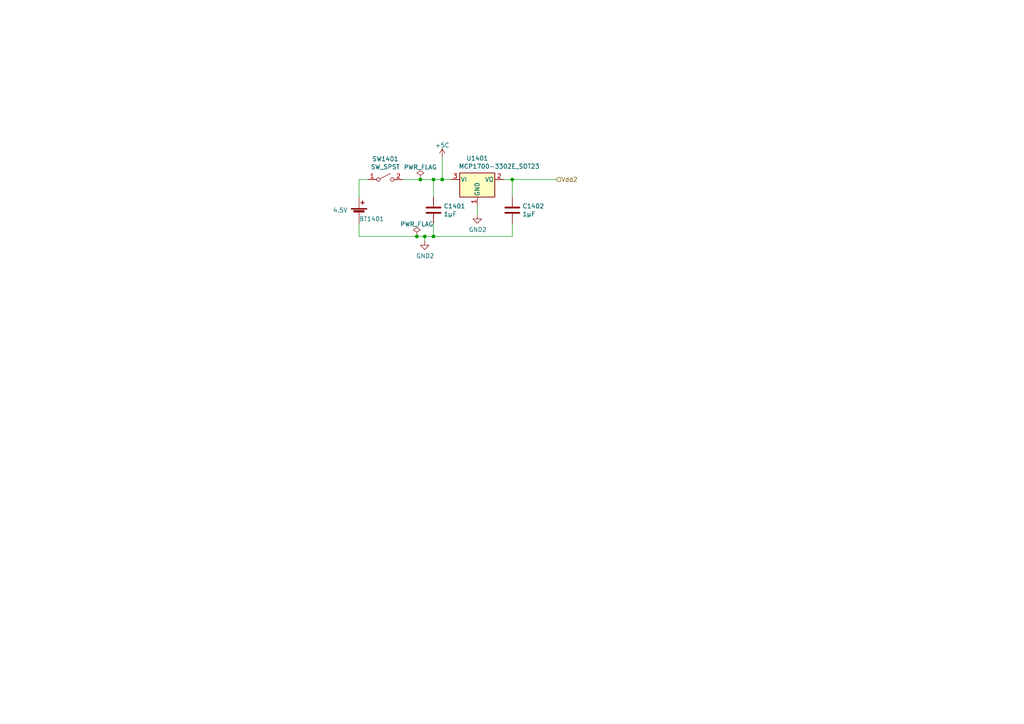
<source format=kicad_sch>
(kicad_sch (version 20211123) (generator eeschema)
  (paper "A4")
  (lib_symbols
    (symbol "Device:Battery_Cell" (pin_numbers hide) (pin_names (offset 0) hide)
      (property "Reference" "BT" (at 2.54 2.54 0))
      (property "Value" "Battery_Cell" (at 2.54 0 0))
      (symbol "Battery_Cell_0_1"
        (rectangle (start -2.286 1.778) (end 2.286 1.524) (fill (type outline)))
        (rectangle (start -1.5748 1.1938) (end 1.4732 0.6858) (fill (type outline)))
        (polyline (pts (xy 0 0.762) (xy 0 0)))
        (polyline (pts (xy 0 1.778) (xy 0 2.54)))
        (polyline (pts (xy 0.508 3.429) (xy 1.524 3.429)) (stroke (width 0.254)))
        (polyline (pts (xy 1.016 3.937) (xy 1.016 2.921)) (stroke (width 0.254)))
      )
      (symbol "Battery_Cell_1_1"
        (pin passive line (at 0 5.08 270) (length 2.54) (name "+") (number "1"))
        (pin passive line (at 0 -2.54 90) (length 2.54) (name "-") (number "2"))
      )
    )
    (symbol "Device:C" (pin_numbers hide) (pin_names (offset 0.254))
      (property "Reference" "C" (at 0.635 2.54 0))
      (property "Value" "C" (at 0.635 -2.54 0))
      (symbol "C_0_1"
        (polyline (pts (xy -2.032 -0.762) (xy 2.032 -0.762)) (stroke (width 0.508)))
        (polyline (pts (xy -2.032 0.762) (xy 2.032 0.762)) (stroke (width 0.508)))
      )
      (symbol "C_1_1"
        (pin passive line (at 0 3.81 270) (length 2.794) (name "~") (number "1"))
        (pin passive line (at 0 -3.81 90) (length 2.794) (name "~") (number "2"))
      )
    )
    (symbol "Regulator_Linear:MCP1700-3302E_SOT23" (pin_names (offset 0.254))
      (property "Reference" "U" (at -3.81 3.175 0))
      (property "Value" "MCP1700-3302E_SOT23" (at 0 3.175 0))
      (symbol "MCP1700-3302E_SOT23_0_1"
        (rectangle (start -5.08 1.905) (end 5.08 -5.08) (stroke (width 0.254)) (fill (type background)))
      )
      (symbol "MCP1700-3302E_SOT23_1_1"
        (pin power_in line (at 0 -7.62 90) (length 2.54) (name "GND") (number "1"))
        (pin power_out line (at 7.62 0 180) (length 2.54) (name "VO") (number "2"))
        (pin power_in line (at -7.62 0 0) (length 2.54) (name "VI") (number "3"))
      )
    )
    (symbol "Switch:SW_SPST" (pin_names (offset 0) hide)
      (property "Reference" "SW" (at 0 3.175 0))
      (property "Value" "SW_SPST" (at 0 -2.54 0))
      (symbol "SW_SPST_0_0"
        (circle (center -2.032 0) (radius 0.508))
        (polyline (pts (xy -1.524 0.254) (xy 1.524 1.778)))
        (circle (center 2.032 0) (radius 0.508))
      )
      (symbol "SW_SPST_1_1"
        (pin passive line (at -5.08 0 0) (length 2.54) (name "A") (number "1"))
        (pin passive line (at 5.08 0 180) (length 2.54) (name "B") (number "2"))
      )
    )
    (symbol "power:+5C" (power) (pin_names (offset 0))
      (property "Value" "+5C" (at 0 3.556 0))
      (symbol "+5C_0_1"
        (polyline (pts (xy -0.762 1.27) (xy 0 2.54)))
        (polyline (pts (xy 0 0) (xy 0 2.54)))
        (polyline (pts (xy 0 2.54) (xy 0.762 1.27)))
      )
      (symbol "+5C_1_1"
        (pin power_in line (at 0 0 90) (length 0) hide (name "+5C") (number "1"))
      )
    )
    (symbol "power:GND2" (power) (pin_names (offset 0))
      (property "Value" "GND2" (at 0 -3.81 0))
      (symbol "GND2_0_1"
        (polyline (pts (xy 0 0) (xy 0 -1.27) (xy 1.27 -1.27) (xy 0 -2.54) (xy -1.27 -1.27) (xy 0 -1.27)))
      )
      (symbol "GND2_1_1"
        (pin power_in line (at 0 0 270) (length 0) hide (name "GND2") (number "1"))
      )
    )
    (symbol "power:PWR_FLAG" (power) (pin_numbers hide) (pin_names (offset 0) hide)
      (property "Value" "PWR_FLAG" (at 0 3.81 0))
      (symbol "PWR_FLAG_0_0"
        (pin power_out line (at 0 0 90) (length 0) (name "pwr") (number "1"))
      )
      (symbol "PWR_FLAG_0_1"
        (polyline (pts (xy 0 0) (xy 0 1.27) (xy -1.016 1.905) (xy 0 2.54) (xy 1.016 1.905) (xy 0 1.27)))
      )
    )
  )
  (junction (at 125.73 68.58))
  (junction (at 120.904 68.58))
  (junction (at 128.27 52.07))
  (junction (at 123.19 68.58))
  (junction (at 148.59 52.07))
  (junction (at 121.92 52.07))
  (junction (at 125.73 52.07))
  (wire (pts (xy 128.27 45.72) (xy 128.27 52.07)))
  (wire (pts (xy 148.59 68.58) (xy 148.59 64.77)))
  (wire (pts (xy 148.59 57.15) (xy 148.59 52.07)))
  (wire (pts (xy 121.92 52.07) (xy 125.73 52.07)))
  (wire (pts (xy 116.84 52.07) (xy 121.92 52.07)))
  (wire (pts (xy 138.43 59.69) (xy 138.43 62.23)))
  (wire (pts (xy 125.73 68.58) (xy 148.59 68.58)))
  (wire (pts (xy 104.14 68.58) (xy 104.14 64.77)))
  (wire (pts (xy 123.19 69.85) (xy 123.19 68.58)))
  (wire (pts (xy 106.68 52.07) (xy 104.14 52.07)))
  (wire (pts (xy 125.73 52.07) (xy 128.27 52.07)))
  (wire (pts (xy 148.59 52.07) (xy 146.05 52.07)))
  (wire (pts (xy 104.14 68.58) (xy 120.904 68.58)))
  (wire (pts (xy 128.27 52.07) (xy 130.81 52.07)))
  (wire (pts (xy 104.14 57.15) (xy 104.14 52.07)))
  (wire (pts (xy 123.19 68.58) (xy 125.73 68.58)))
  (wire (pts (xy 125.73 52.07) (xy 125.73 57.15)))
  (wire (pts (xy 125.73 64.77) (xy 125.73 68.58)))
  (wire (pts (xy 120.904 68.58) (xy 123.19 68.58)))
  (wire (pts (xy 148.59 52.07) (xy 161.29 52.07)))
  (hierarchical_label "Vdd2" (shape input) (at 161.29 52.07 0))
  (symbol (lib_id "Regulator_Linear:MCP1700-3302E_SOT23") (at 138.43 52.07 0) (unit 1)
    (property "Reference" "U1401" (at 138.43 45.9232 0))
    (property "Value" "MCP1700-3302E_SOT23" (at 144.78 48.26 0))
    (property "Footprint" "Package_TO_SOT_SMD:SOT-23" (effects hide))
    (property "Datasheet" "http://ww1.microchip.com/downloads/en/DeviceDoc/20001826D.pdf" (effects hide))
  )
  (symbol (lib_id "Device:Battery_Cell") (at 104.14 62.23 0) (unit 1)
    (property "Reference" "BT1401" (at 104.14 63.5 0) (effects (justify left)))
    (property "Value" "4.5V" (at 96.52 60.96 0) (effects (justify left)))
    (property "Footprint" "CoaxTester:BATT_CONN" (effects hide))
  )
  (symbol (lib_id "Device:C") (at 125.73 60.96 0) (unit 1)
    (property "Reference" "C1401" (at 128.651 59.7916 0) (effects (justify left)))
    (property "Value" "1μF" (at 128.651 62.103 0) (effects (justify left)))
    (property "Footprint" "Capacitor_SMD:C_0805_2012Metric" (effects hide))
  )
  (symbol (lib_id "Device:C") (at 148.59 60.96 0) (unit 1)
    (property "Reference" "C1402" (at 151.511 59.7916 0) (effects (justify left)))
    (property "Value" "1μF" (at 151.511 62.103 0) (effects (justify left)))
    (property "Footprint" "Capacitor_SMD:C_0805_2012Metric" (effects hide))
  )
  (symbol (lib_id "Switch:SW_SPST") (at 111.76 52.07 0) (unit 1)
    (property "Reference" "SW1401" (at 111.76 46.101 0))
    (property "Value" "SW_SPST" (at 111.76 48.4124 0))
    (property "Footprint" "Connector_PinHeader_2.54mm:PinHeader_1x02_P2.54mm_Vertical" (effects hide))
  )
  (symbol (lib_id "power:GND2") (at 123.19 69.85 0) (unit 1)
    (property "Reference" "#PWR01401" (effects hide))
    (property "Value" "GND2" (at 123.317 74.2442 0))
  )
  (symbol (lib_id "power:GND2") (at 138.43 62.23 0) (unit 1)
    (property "Reference" "#PWR01402" (effects hide))
    (property "Value" "GND2" (at 138.557 66.6242 0))
  )
  (symbol (lib_id "power:+5C") (at 128.27 45.72 0) (unit 1)
    (property "Reference" "#PWR0120" (effects hide))
    (property "Value" "+5C" (at 128.27 42.1442 0))
  )
  (symbol (lib_id "power:PWR_FLAG") (at 120.904 68.58 0) (unit 1)
    (property "Reference" "#FLG01401" (effects hide))
    (property "Value" "PWR_FLAG" (at 120.904 65.0042 0))
  )
  (symbol (lib_id "power:PWR_FLAG") (at 121.92 52.07 0) (unit 1)
    (property "Reference" "#FLG0101" (effects hide))
    (property "Value" "PWR_FLAG" (at 121.92 48.4942 0))
  )
)
</source>
